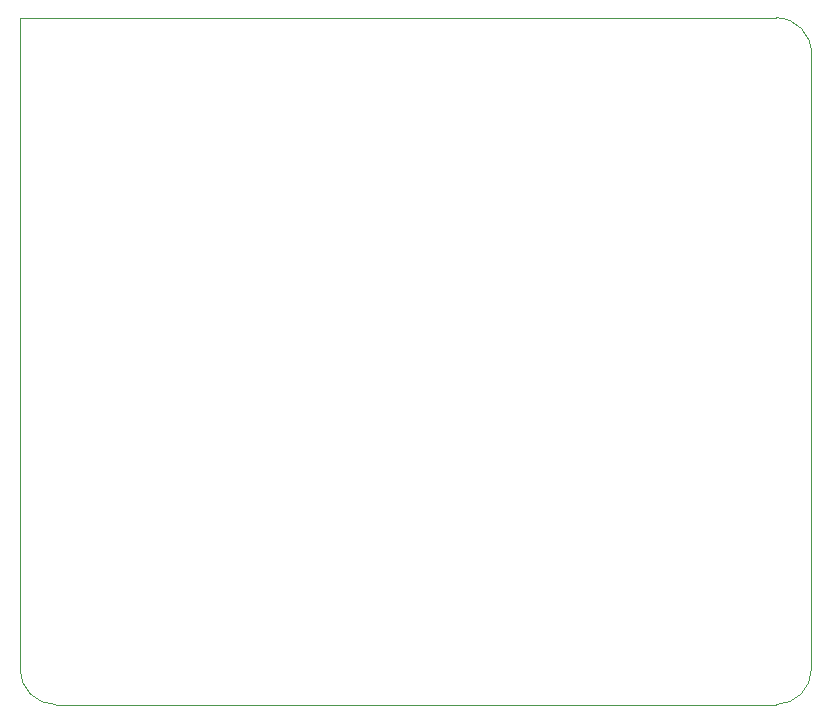
<source format=gbr>
%TF.GenerationSoftware,KiCad,Pcbnew,(5.1.9-0-10_14)*%
%TF.CreationDate,2021-04-17T23:10:34-04:00*%
%TF.ProjectId,BioreactorPCB,42696f72-6561-4637-946f-725043422e6b,rev?*%
%TF.SameCoordinates,Original*%
%TF.FileFunction,Profile,NP*%
%FSLAX46Y46*%
G04 Gerber Fmt 4.6, Leading zero omitted, Abs format (unit mm)*
G04 Created by KiCad (PCBNEW (5.1.9-0-10_14)) date 2021-04-17 23:10:34*
%MOMM*%
%LPD*%
G01*
G04 APERTURE LIST*
%TA.AperFunction,Profile*%
%ADD10C,0.050000*%
%TD*%
G04 APERTURE END LIST*
D10*
X69600000Y-115550000D02*
G75*
G02*
X66600000Y-112550000I0J3000000D01*
G01*
X133600000Y-112550000D02*
G75*
G02*
X130600000Y-115550000I-3000000J0D01*
G01*
X130600000Y-57398334D02*
G75*
G02*
X133600000Y-60500000I0J-3001666D01*
G01*
X66600000Y-57400000D02*
X130600000Y-57398334D01*
X133600000Y-112550000D02*
X133600000Y-60500000D01*
X69600000Y-115550000D02*
X130600000Y-115550000D01*
X66600000Y-57400000D02*
X66600000Y-112550000D01*
M02*

</source>
